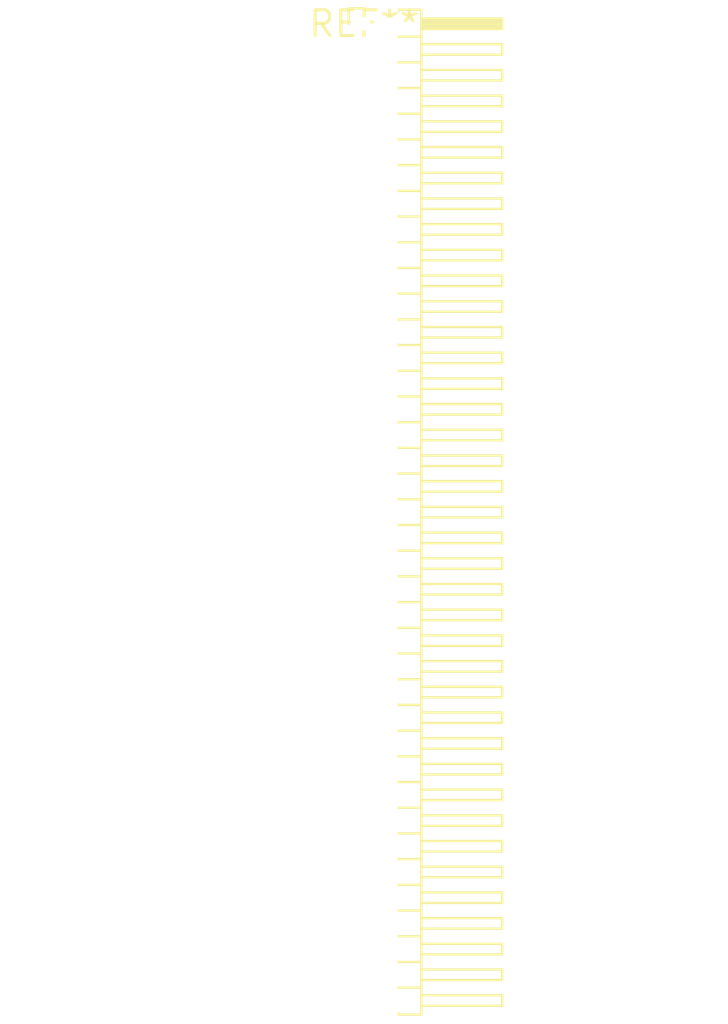
<source format=kicad_pcb>
(kicad_pcb (version 20240108) (generator pcbnew)
  (layers (0 "F.Cu" signal) (31 "B.Cu" signal) (34 "B.Paste" user) (35 "F.Paste" user) (36 "B.SilkS" user "B.Silkscreen") (37 "F.SilkS" user "F.Silkscreen") (38 "B.Mask" user) (39 "F.Mask" user) (44 "Edge.Cuts" user))
  (net 0 "")
  (footprint "PinHeader_2x39_P1.27mm_Horizontal" (layer "F.Cu") (at 0 0)
    (property "Reference" "REF**")
    (property "Value" "PinHeader_2x39_P1.27mm_Horizontal")
    (fp_line (start -0.76 -0.76) (end 0 -0.76) (layer "F.SilkS") (stroke (width 0.12)))
    (fp_line (start -0.76 0) (end -0.76 -0.76) (layer "F.SilkS") (stroke (width 0.12)))
    (fp_line (start 1.71 -0.695) (end 2.83 -0.695) (layer "F.SilkS") (stroke (width 0.12)))
    (fp_line (start 1.71 -0.619677) (end 1.71 -0.695) (layer "F.SilkS") (stroke (width 0.12)))
    (fp_line (start 1.71 0.619677) (end 1.71 0.650323) (layer "F.SilkS") (stroke (width 0.12)))
    (fp_line (start 1.71 0.635) (end 2.83 0.635) (layer "F.SilkS") (stroke (width 0.12)))
    (fp_line (start 1.71 1.889677) (end 1.71 1.920323) (layer "F.SilkS") (stroke (width 0.12)))
    (fp_line (start 1.71 1.905) (end 2.83 1.905) (layer "F.SilkS") (stroke (width 0.12)))
    (fp_line (start 1.71 3.159677) (end 1.71 3.190323) (layer "F.SilkS") (stroke (width 0.12)))
    (fp_line (start 1.71 3.175) (end 2.83 3.175) (layer "F.SilkS") (stroke (width 0.12)))
    (fp_line (start 1.71 4.429677) (end 1.71 4.460323) (layer "F.SilkS") (stroke (width 0.12)))
    (fp_line (start 1.71 4.445) (end 2.83 4.445) (layer "F.SilkS") (stroke (width 0.12)))
    (fp_line (start 1.71 5.699677) (end 1.71 5.730323) (layer "F.SilkS") (stroke (width 0.12)))
    (fp_line (start 1.71 5.715) (end 2.83 5.715) (layer "F.SilkS") (stroke (width 0.12)))
    (fp_line (start 1.71 6.969677) (end 1.71 7.000323) (layer "F.SilkS") (stroke (width 0.12)))
    (fp_line (start 1.71 6.985) (end 2.83 6.985) (layer "F.SilkS") (stroke (width 0.12)))
    (fp_line (start 1.71 8.239677) (end 1.71 8.270323) (layer "F.SilkS") (stroke (width 0.12)))
    (fp_line (start 1.71 8.255) (end 2.83 8.255) (layer "F.SilkS") (stroke (width 0.12)))
    (fp_line (start 1.71 9.509677) (end 1.71 9.540323) (layer "F.SilkS") (stroke (width 0.12)))
    (fp_line (start 1.71 9.525) (end 2.83 9.525) (layer "F.SilkS") (stroke (width 0.12)))
    (fp_line (start 1.71 10.779677) (end 1.71 10.810323) (layer "F.SilkS") (stroke (width 0.12)))
    (fp_line (start 1.71 10.795) (end 2.83 10.795) (layer "F.SilkS") (stroke (width 0.12)))
    (fp_line (start 1.71 12.049677) (end 1.71 12.080323) (layer "F.SilkS") (stroke (width 0.12)))
    (fp_line (start 1.71 12.065) (end 2.83 12.065) (layer "F.SilkS") (stroke (width 0.12)))
    (fp_line (start 1.71 13.319677) (end 1.71 13.350323) (layer "F.SilkS") (stroke (width 0.12)))
    (fp_line (start 1.71 13.335) (end 2.83 13.335) (layer "F.SilkS") (stroke (width 0.12)))
    (fp_line (start 1.71 14.589677) (end 1.71 14.620323) (layer "F.SilkS") (stroke (width 0.12)))
    (fp_line (start 1.71 14.605) (end 2.83 14.605) (layer "F.SilkS") (stroke (width 0.12)))
    (fp_line (start 1.71 15.859677) (end 1.71 15.890323) (layer "F.SilkS") (stroke (width 0.12)))
    (fp_line (start 1.71 15.875) (end 2.83 15.875) (layer "F.SilkS") (stroke (width 0.12)))
    (fp_line (start 1.71 17.129677) (end 1.71 17.160323) (layer "F.SilkS") (stroke (width 0.12)))
    (fp_line (start 1.71 17.145) (end 2.83 17.145) (layer "F.SilkS") (stroke (width 0.12)))
    (fp_line (start 1.71 18.399677) (end 1.71 18.430323) (layer "F.SilkS") (stroke (width 0.12)))
    (fp_line (start 1.71 18.415) (end 2.83 18.415) (layer "F.SilkS") (stroke (width 0.12)))
    (fp_line (start 1.71 19.669677) (end 1.71 19.700323) (layer "F.SilkS") (stroke (width 0.12)))
    (fp_line (start 1.71 19.685) (end 2.83 19.685) (layer "F.SilkS") (stroke (width 0.12)))
    (fp_line (start 1.71 20.939677) (end 1.71 20.970323) (layer "F.SilkS") (stroke (width 0.12)))
    (fp_line (start 1.71 20.955) (end 2.83 20.955) (layer "F.SilkS") (stroke (width 0.12)))
    (fp_line (start 1.71 22.209677) (end 1.71 22.240323) (layer "F.SilkS") (stroke (width 0.12)))
    (fp_line (start 1.71 22.225) (end 2.83 22.225) (layer "F.SilkS") (stroke (width 0.12)))
    (fp_line (start 1.71 23.479677) (end 1.71 23.510323) (layer "F.SilkS") (stroke (width 0.12)))
    (fp_line (start 1.71 23.495) (end 2.83 23.495) (layer "F.SilkS") (stroke (width 0.12)))
    (fp_line (start 1.71 24.749677) (end 1.71 24.780323) (layer "F.SilkS") (stroke (width 0.12)))
    (fp_line (start 1.71 24.765) (end 2.83 24.765) (layer "F.SilkS") (stroke (width 0.12)))
    (fp_line (start 1.71 26.019677) (end 1.71 26.050323) (layer "F.SilkS") (stroke (width 0.12)))
    (fp_line (start 1.71 26.035) (end 2.83 26.035) (layer "F.SilkS") (stroke (width 0.12)))
    (fp_line (start 1.71 27.289677) (end 1.71 27.320323) (layer "F.SilkS") (stroke (width 0.12)))
    (fp_line (start 1.71 27.305) (end 2.83 27.305) (layer "F.SilkS") (stroke (width 0.12)))
    (fp_line (start 1.71 28.559677) (end 1.71 28.590323) (layer "F.SilkS") (stroke (width 0.12)))
    (fp_line (start 1.71 28.575) (end 2.83 28.575) (layer "F.SilkS") (stroke (width 0.12)))
    (fp_line (start 1.71 29.829677) (end 1.71 29.860323) (layer "F.SilkS") (stroke (width 0.12)))
    (fp_line (start 1.71 29.845) (end 2.83 29.845) (layer "F.SilkS") (stroke (width 0.12)))
    (fp_line (start 1.71 31.099677) (end 1.71 31.130323) (layer "F.SilkS") (stroke (width 0.12)))
    (fp_line (start 1.71 31.115) (end 2.83 31.115) (layer "F.SilkS") (stroke (width 0.12)))
    (fp_line (start 1.71 32.369677) (end 1.71 32.400323) (layer "F.SilkS") (stroke (width 0.12)))
    (fp_line (start 1.71 32.385) (end 2.83 32.385) (layer "F.SilkS") (stroke (width 0.12)))
    (fp_line (start 1.71 33.639677) (end 1.71 33.670323) (layer "F.SilkS") (stroke (width 0.12)))
    (fp_line (start 1.71 33.655) (end 2.83 33.655) (layer "F.SilkS") (stroke (width 0.12)))
    (fp_line (start 1.71 34.909677) (end 1.71 34.940323) (layer "F.SilkS") (stroke (width 0.12)))
    (fp_line (start 1.71 34.925) (end 2.83 34.925) (layer "F.SilkS") (stroke (width 0.12)))
    (fp_line (start 1.71 36.179677) (end 1.71 36.210323) (layer "F.SilkS") (stroke (width 0.12)))
    (fp_line (start 1.71 36.195) (end 2.83 36.195) (layer "F.SilkS") (stroke (width 0.12)))
    (fp_line (start 1.71 37.449677) (end 1.71 37.480323) (layer "F.SilkS") (stroke (width 0.12)))
    (fp_line (start 1.71 37.465) (end 2.83 37.465) (layer "F.SilkS") (stroke (width 0.12)))
    (fp_line (start 1.71 38.719677) (end 1.71 38.750323) (layer "F.SilkS") (stroke (width 0.12)))
    (fp_line (start 1.71 38.735) (end 2.83 38.735) (layer "F.SilkS") (stroke (width 0.12)))
    (fp_line (start 1.71 39.989677) (end 1.71 40.020323) (layer "F.SilkS") (stroke (width 0.12)))
    (fp_line (start 1.71 40.005) (end 2.83 40.005) (layer "F.SilkS") (stroke (width 0.12)))
    (fp_line (start 1.71 41.259677) (end 1.71 41.290323) (layer "F.SilkS") (stroke (width 0.12)))
    (fp_line (start 1.71 41.275) (end 2.83 41.275) (layer "F.SilkS") (stroke (width 0.12)))
    (fp_line (start 1.71 42.529677) (end 1.71 42.560323) (layer "F.SilkS") (stroke (width 0.12)))
    (fp_line (start 1.71 42.545) (end 2.83 42.545) (layer "F.SilkS") (stroke (width 0.12)))
    (fp_line (start 1.71 43.799677) (end 1.71 43.830323) (layer "F.SilkS") (stroke (width 0.12)))
    (fp_line (start 1.71 43.815) (end 2.83 43.815) (layer "F.SilkS") (stroke (width 0.12)))
    (fp_line (start 1.71 45.069677) (end 1.71 45.100323) (layer "F.SilkS") (stroke (width 0.12)))
    (fp_line (start 1.71 45.085) (end 2.83 45.085) (layer "F.SilkS") (stroke (width 0.12)))
    (fp_line (start 1.71 46.339677) (end 1.71 46.370323) (layer "F.SilkS") (stroke (width 0.12)))
    (fp_line (start 1.71 46.355) (end 2.83 46.355) (layer "F.SilkS") (stroke (width 0.12)))
    (fp_line (start 1.71 47.609677) (end 1.71 47.640323) (layer "F.SilkS") (stroke (width 0.12)))
    (fp_line (start 1.71 47.625) (end 2.83 47.625) (layer "F.SilkS") (stroke (width 0.12)))
    (fp_line (start 1.71 48.955) (end 1.71 48.879677) (layer "F.SilkS") (stroke (width 0.12)))
    (fp_line (start 2.83 -0.695) (end 2.83 48.955) (layer "F.SilkS") (stroke (width 0.12)))
    (fp_line (start 2.83 -0.26) (end 6.83 -0.26) (layer "F.SilkS") (stroke (width 0.12)))
    (fp_line (start 2.83 -0.2) (end 6.83 -0.2) (layer "F.SilkS") (stroke (width 0.12)))
    (fp_line (start 2.83 -0.08) (end 6.83 -0.08) (layer "F.SilkS") (stroke (width 0.12)))
    (fp_line (start 2.83 0.04) (end 6.83 0.04) (layer "F.SilkS") (stroke (width 0.12)))
    (fp_line (start 2.83 0.16) (end 6.83 0.16) (layer "F.SilkS") (stroke (width 0.12)))
    (fp_line (start 2.83 1.01) (end 6.83 1.01) (layer "F.SilkS") (stroke (width 0.12)))
    (fp_line (start 2.83 2.28) (end 6.83 2.28) (layer "F.SilkS") (stroke (width 0.12)))
    (fp_line (start 2.83 3.55) (end 6.83 3.55) (layer "F.SilkS") (stroke (width 0.12)))
    (fp_line (start 2.83 4.82) (end 6.83 4.82) (layer "F.SilkS") (stroke (width 0.12)))
    (fp_line (start 2.83 6.09) (end 6.83 6.09) (layer "F.SilkS") (stroke (width 0.12)))
    (fp_line (start 2.83 7.36) (end 6.83 7.36) (layer "F.SilkS") (stroke (width 0.12)))
    (fp_line (start 2.83 8.63) (end 6.83 8.63) (layer "F.SilkS") (stroke (width 0.12)))
    (fp_line (start 2.83 9.9) (end 6.83 9.9) (layer "F.SilkS") (stroke (width 0.12)))
    (fp_line (start 2.83 11.17) (end 6.83 11.17) (layer "F.SilkS") (stroke (width 0.12)))
    (fp_line (start 2.83 12.44) (end 6.83 12.44) (layer "F.SilkS") (stroke (width 0.12)))
    (fp_line (start 2.83 13.71) (end 6.83 13.71) (layer "F.SilkS") (stroke (width 0.12)))
    (fp_line (start 2.83 14.98) (end 6.83 14.98) (layer "F.SilkS") (stroke (width 0.12)))
    (fp_line (start 2.83 16.25) (end 6.83 16.25) (layer "F.SilkS") (stroke (width 0.12)))
    (fp_line (start 2.83 17.52) (end 6.83 17.52) (layer "F.SilkS") (stroke (width 0.12)))
    (fp_line (start 2.83 18.79) (end 6.83 18.79) (layer "F.SilkS") (stroke (width 0.12)))
    (fp_line (start 2.83 20.06) (end 6.83 20.06) (layer "F.SilkS") (stroke (width 0.12)))
    (fp_line (start 2.83 21.33) (end 6.83 21.33) (layer "F.SilkS") (stroke (width 0.12)))
    (fp_line (start 2.83 22.6) (end 6.83 22.6) (layer "F.SilkS") (stroke (width 0.12)))
    (fp_line (start 2.83 23.87) (end 6.83 23.87) (layer "F.SilkS") (stroke (width 0.12)))
    (fp_line (start 2.83 25.14) (end 6.83 25.14) (layer "F.SilkS") (stroke (width 0.12)))
    (fp_line (start 2.83 26.41) (end 6.83 26.41) (layer "F.SilkS") (stroke (width 0.12)))
    (fp_line (start 2.83 27.68) (end 6.83 27.68) (layer "F.SilkS") (stroke (width 0.12)))
    (fp_line (start 2.83 28.95) (end 6.83 28.95) (layer "F.SilkS") (stroke (width 0.12)))
    (fp_line (start 2.83 30.22) (end 6.83 30.22) (layer "F.SilkS") (stroke (width 0.12)))
    (fp_line (start 2.83 31.49) (end 6.83 31.49) (layer "F.SilkS") (stroke (width 0.12)))
    (fp_line (start 2.83 32.76) (end 6.83 32.76) (layer "F.SilkS") (stroke (width 0.12)))
    (fp_line (start 2.83 34.03) (end 6.83 34.03) (layer "F.SilkS") (stroke (width 0.12)))
    (fp_line (start 2.83 35.3) (end 6.83 35.3) (layer "F.SilkS") (stroke (width 0.12)))
    (fp_line (start 2.83 36.57) (end 6.83 36.57) (layer "F.SilkS") (stroke (width 0.12)))
    (fp_line (start 2.83 37.84) (end 6.83 37.84) (layer "F.SilkS") (stroke (width 0.12)))
    (fp_line (start 2.83 39.11) (end 6.83 39.11) (layer "F.SilkS") (stroke (width 0.12)))
    (fp_line (start 2.83 40.38) (end 6.83 40.38) (layer "F.SilkS") (stroke (width 0.12)))
    (fp_line (start 2.83 41.65) (end 6.83 41.65) (layer "F.SilkS") (stroke (width 0.12)))
    (fp_line (start 2.83 42.92) (end 6.83 42.92) (layer "F.SilkS") (stroke (width 0.12)))
    (fp_line (start 2.83 44.19) (end 6.83 44.19) (layer "F.SilkS") (stroke (width 0.12)))
    (fp_line (start 2.83 45.46) (end 6.83 45.46) (layer "F.SilkS") (stroke (width 0.12)))
    (fp_line (start 2.83 46.73) (end 6.83 46.73) (layer "F.SilkS") (stroke (width 0.12)))
    (fp_line (start 2.83 48) (end 6.83 48) (layer "F.SilkS") (stroke (width 0.12)))
    (fp_line (start 2.83 48.955) (end 1.71 48.955) (layer "F.SilkS") (stroke (width 0.12)))
    (fp_line (start 6.83 -0.26) (end 6.83 0.26) (layer "F.SilkS") (stroke (width 0.12)))
    (fp_line (start 6.83 0.26) (end 2.83 0.26) (layer "F.SilkS") (stroke (width 0.12)))
    (fp_line (start 6.83 1.01) (end 6.83 1.53) (layer "F.SilkS") (stroke (width 0.12)))
    (fp_line (start 6.83 1.53) (end 2.83 1.53) (layer "F.SilkS") (stroke (width 0.12)))
    (fp_line (start 6.83 2.28) (end 6.83 2.8) (layer "F.SilkS") (stroke (width 0.12)))
    (fp_line (start 6.83 2.8) (end 2.83 2.8) (layer "F.SilkS") (stroke (width 0.12)))
    (fp_line (start 6.83 3.55) (end 6.83 4.07) (layer "F.SilkS") (stroke (width 0.12)))
    (fp_line (start 6.83 4.07) (end 2.83 4.07) (layer "F.SilkS") (stroke (width 0.12)))
    (fp_line (start 6.83 4.82) (end 6.83 5.34) (layer "F.SilkS") (stroke (width 0.12)))
    (fp_line (start 6.83 5.34) (end 2.83 5.34) (layer "F.SilkS") (stroke (width 0.12)))
    (fp_line (start 6.83 6.09) (end 6.83 6.61) (layer "F.SilkS") (stroke (width 0.12)))
    (fp_line (start 6.83 6.61) (end 2.83 6.61) (layer "F.SilkS") (stroke (width 0.12)))
    (fp_line (start 6.83 7.36) (end 6.83 7.88) (layer "F.SilkS") (stroke (width 0.12)))
    (fp_line (start 6.83 7.88) (end 2.83 7.88) (layer "F.SilkS") (stroke (width 0.12)))
    (fp_line (start 6.83 8.63) (end 6.83 9.15) (layer "F.SilkS") (stroke (width 0.12)))
    (fp_line (start 6.83 9.15) (end 2.83 9.15) (layer "F.SilkS") (stroke (width 0.12)))
    (fp_line (start 6.83 9.9) (end 6.83 10.42) (layer "F.SilkS") (stroke (width 0.12)))
    (fp_line (start 6.83 10.42) (end 2.83 10.42) (layer "F.SilkS") (stroke (width 0.12)))
    (fp_line (start 6.83 11.17) (end 6.83 11.69) (layer "F.SilkS") (stroke (width 0.12)))
    (fp_line (start 6.83 11.69) (end 2.83 11.69) (layer "F.SilkS") (stroke (width 0.12)))
    (fp_line (start 6.83 12.44) (end 6.83 12.96) (layer "F.SilkS") (stroke (width 0.12)))
    (fp_line (start 6.83 12.96) (end 2.83 12.96) (layer "F.SilkS") (stroke (width 0.12)))
    (fp_line (start 6.83 13.71) (end 6.83 14.23) (layer "F.SilkS") (stroke (width 0.12)))
    (fp_line (start 6.83 14.23) (end 2.83 14.23) (layer "F.SilkS") (stroke (width 0.12)))
    (fp_line (start 6.83 14.98) (end 6.83 15.5) (layer "F.SilkS") (stroke (width 0.12)))
    (fp_line (start 6.83 15.5) (end 2.83 15.5) (layer "F.SilkS") (stroke (width 0.12)))
    (fp_line (start 6.83 16.25) (end 6.83 16.77) (layer "F.SilkS") (stroke (width 0.12)))
    (fp_line (start 6.83 16.77) (end 2.83 16.77) (layer "F.SilkS") (stroke (width 0.12)))
    (fp_line (start 6.83 17.52) (end 6.83 18.04) (layer "F.SilkS") (stroke (width 0.12)))
    (fp_line (start 6.83 18.04) (end 2.83 18.04) (layer "F.SilkS") (stroke (width 0.12)))
    (fp_line (start 6.83 18.79) (end 6.83 19.31) (layer "F.SilkS") (stroke (width 0.12)))
    (fp_line (start 6.83 19.31) (end 2.83 19.31) (layer "F.SilkS") (stroke (width 0.12)))
    (fp_line (start 6.83 20.06) (end 6.83 20.58) (layer "F.SilkS") (stroke (width 0.12)))
    (fp_line (start 6.83 20.58) (end 2.83 20.58) (layer "F.SilkS") (stroke (width 0.12)))
    (fp_line (start 6.83 21.33) (end 6.83 21.85) (layer "F.SilkS") (stroke (width 0.12)))
    (fp_line (start 6.83 21.85) (end 2.83 21.85) (layer "F.SilkS") (stroke (width 0.12)))
    (fp_line (start 6.83 22.6) (end 6.83 23.12) (layer "F.SilkS") (stroke (width 0.12)))
    (fp_line (start 6.83 23.12) (end 2.83 23.12) (layer "F.SilkS") (stroke (width 0.12)))
    (fp_line (start 6.83 23.87) (end 6.83 24.39) (layer "F.SilkS") (stroke (width 0.12)))
    (fp_line (start 6.83 24.39) (end 2.83 24.39) (layer "F.SilkS") (stroke (width 0.12)))
    (fp_line (start 6.83 25.14) (end 6.83 25.66) (layer "F.SilkS") (stroke (width 0.12)))
    (fp_line (start 6.83 25.66) (end 2.83 25.66) (layer "F.SilkS") (stroke (width 0.12)))
    (fp_line (start 6.83 26.41) (end 6.83 26.93) (layer "F.SilkS") (stroke (width 0.12)))
    (fp_line (start 6.83 26.93) (end 2.83 26.93) (layer "F.SilkS") (stroke (width 0.12)))
    (fp_line (start 6.83 27.68) (end 6.83 28.2) (layer "F.SilkS") (stroke (width 0.12)))
    (fp_line (start 6.83 28.2) (end 2.83 28.2) (layer "F.SilkS") (stroke (width 0.12)))
    (fp_line (start 6.83 28.95) (end 6.83 29.47) (layer "F.SilkS") (stroke (width 0.12)))
    (fp_line (start 6.83 29.47) (end 2.83 29.47) (layer "F.SilkS") (stroke (width 0.12)))
    (fp_line (start 6.83 30.22) (end 6.83 30.74) (layer "F.SilkS") (stroke (width 0.12)))
    (fp_line (start 6.83 30.74) (end 2.83 30.74) (layer "F.SilkS") (stroke (width 0.12)))
    (fp_line (start 6.83 31.49) (end 6.83 32.01) (layer "F.SilkS") (stroke (width 0.12)))
    (fp_line (start 6.83 32.01) (end 2.83 32.01) (layer "F.SilkS") (stroke (width 0.12)))
    (fp_line (start 6.83 32.76) (end 6.83 33.28) (layer "F.SilkS") (stroke (width 0.12)))
    (fp_line (start 6.83 33.28) (end 2.83 33.28) (layer "F.SilkS") (stroke (width 0.12)))
    (fp_line (start 6.83 34.03) (end 6.83 34.55) (layer "F.SilkS") (stroke (width 0.12)))
    (fp_line (start 6.83 34.55) (end 2.83 34.55) (layer "F.SilkS") (stroke (width 0.12)))
    (fp_line (start 6.83 35.3) (end 6.83 35.82) (layer "F.SilkS") (stroke (width 0.12)))
    (fp_line (start 6.83 35.82) (end 2.83 35.82) (layer "F.SilkS") (stroke (width 0.12)))
    (fp_line (start 6.83 36.57) (end 6.83 37.09) (layer "F.SilkS") (stroke (width 0.12)))
    (fp_line (start 6.83 37.09) (end 2.83 37.09) (layer "F.SilkS") (stroke (width 0.12)))
    (fp_line (start 6.83 37.84) (end 6.83 38.36) (layer "F.SilkS") (stroke (width 0.12)))
    (fp_line (start 6.83 38.36) (end 2.83 38.36) (layer "F.SilkS") (stroke (width 0.12)))
    (fp_line (start 6.83 39.11) (end 6.83 39.63) (layer "F.SilkS") (stroke (width 0.12)))
    (fp_line (start 6.83 39.63) (end 2.83 39.63) (layer "F.SilkS") (stroke (width 0.12)))
    (fp_line (start 6.83 40.38) (end 6.83 40.9) (layer "F.SilkS") (stroke (width 0.12)))
    (fp_line (start 6.83 40.9) (end 2.83 40.9) (layer "F.SilkS") (stroke (width 0.12)))
    (fp_line (start 6.83 41.65) (end 6.83 42.17) (layer "F.SilkS") (stroke (width 0.12)))
    (fp_line (start 6.83 42.17) (end 2.83 42.17) (layer "F.SilkS") (stroke (width 0.12)))
    (fp_line (start 6.83 42.92) (end 6.83 43.44) (layer "F.SilkS") (stroke (width 0.12)))
    (fp_line (start 6.83 43.44) (end 2.83 43.44) (layer "F.SilkS") (stroke (width 0.12)))
    (fp_line (start 6.83 44.19) (end 6.83 44.71) (layer "F.SilkS") (stroke (width 0.12)))
    (fp_line (start 6.83 44.71) (end 2.83 44.71) (layer "F.SilkS") (stroke (width 0.12)))
    (fp_line (start 6.83 45.46) (end 6.83 45.98) (layer "F.SilkS") (stroke (width 0.12)))
    (fp_line (start 6.83 45.98) (end 2.83 45.98) (layer "F.SilkS") (stroke (width 0.12)))
    (fp_line (start 6.83 46.73) (end 6.83 47.25) (layer "F.SilkS") (stroke (width 0.12)))
    (fp_line (start 6.83 47.25) (end 2.83 47.25) (layer "F.SilkS") (stroke (width 0.12)))
    (fp_line (start 6.83 48) (end 6.83 48.52) (layer "F.SilkS") (stroke (width 0.12)))
    (fp_line (start 6.83 48.52) (end 2.83 48.52) (layer "F.SilkS") (stroke (width 0.12)))
    (pad "1" thru_hole rect (at 0 0) (size 1 1) (drill 0.65) (layers *.Cu *.Mask) (remove_unused_layers))
    (pad "2" thru_hole oval (at 1.27 0) (size 1 1) (drill 0.65) (layers *.Cu *.Mask) (remove_unused_layers))
    (pad "3" thru_hole oval (at 0 1.27) (size 1 1) (drill 0.65) (layers *.Cu *.Mask) (remove_unused_layers))
    (pad "4" thru_hole oval (at 1.27 1.27) (size 1 1) (drill 0.65) (layers *.Cu *.Mask) (remove_unused_layers))
    (pad "5" thru_hole oval (at 0 2.54) (size 1 1) (drill 0.65) (layers *.Cu *.Mask) (remove_unused_layers))
    (pad "6" thru_hole oval (at 1.27 2.54) (size 1 1) (drill 0.65) (layers *.Cu *.Mask) (remove_unused_layers))
    (pad "7" thru_hole oval (at 0 3.81) (size 1 1) (drill 0.65) (layers *.Cu *.Mask) (remove_unused_layers))
    (pad "8" thru_hole oval (at 1.27 3.81) (size 1 1) (drill 0.65) (layers *.Cu *.Mask) (remove_unused_layers))
    (pad "9" thru_hole oval (at 0 5.08) (size 1 1) (drill 0.65) (layers *.Cu *.Mask) (remove_unused_layers))
    (pad "10" thru_hole oval (at 1.27 5.08) (size 1 1) (drill 0.65) (layers *.Cu *.Mask) (remove_unused_layers))
    (pad "11" thru_hole oval (at 0 6.35) (size 1 1) (drill 0.65) (layers *.Cu *.Mask) (remove_unused_layers))
    (pad "12" thru_hole oval (at 1.27 6.35) (size 1 1) (drill 0.65) (layers *.Cu *.Mask) (remove_unused_layers))
    (pad "13" thru_hole oval (at 0 7.62) (size 1 1) (drill 0.65) (layers *.Cu *.Mask) (remove_unused_layers))
    (pad "14" thru_hole oval (at 1.27 7.62) (size 1 1) (drill 0.65) (layers *.Cu *.Mask) (remove_unused_layers))
    (pad "15" thru_hole oval (at 0 8.89) (size 1 1) (drill 0.65) (layers *.Cu *.Mask) (remove_unused_layers))
    (pad "16" thru_hole oval (at 1.27 8.89) (size 1 1) (drill 0.65) (layers *.Cu *.Mask) (remove_unused_layers))
    (pad "17" thru_hole oval (at 0 10.16) (size 1 1) (drill 0.65) (layers *.Cu *.Mask) (remove_unused_layers))
    (pad "18" thru_hole oval (at 1.27 10.16) (size 1 1) (drill 0.65) (layers *.Cu *.Mask) (remove_unused_layers))
    (pad "19" thru_hole oval (at 0 11.43) (size 1 1) (drill 0.65) (layers *.Cu *.Mask) (remove_unused_layers))
    (pad "20" thru_hole oval (at 1.27 11.43) (size 1 1) (drill 0.65) (layers *.Cu *.Mask) (remove_unused_layers))
    (pad "21" thru_hole oval (at 0 12.7) (size 1 1) (drill 0.65) (layers *.Cu *.Mask) (remove_unused_layers))
    (pad "22" thru_hole oval (at 1.27 12.7) (size 1 1) (drill 0.65) (layers *.Cu *.Mask) (remove_unused_layers))
    (pad "23" thru_hole oval (at 0 13.97) (size 1 1) (drill 0.65) (layers *.Cu *.Mask) (remove_unused_layers))
    (pad "24" thru_hole oval (at 1.27 13.97) (size 1 1) (drill 0.65) (layers *.Cu *.Mask) (remove_unused_layers))
    (pad "25" thru_hole oval (at 0 15.24) (size 1 1) (drill 0.65) (layers *.Cu *.Mask) (remove_unused_layers))
    (pad "26" thru_hole oval (at 1.27 15.24) (size 1 1) (drill 0.65) (layers *.Cu *.Mask) (remove_unused_layers))
    (pad "27" thru_hole oval (at 0 16.51) (size 1 1) (drill 0.65) (layers *.Cu *.Mask) (remove_unused_layers))
    (pad "28" thru_hole oval (at 1.27 16.51) (size 1 1) (drill 0.65) (layers *.Cu *.Mask) (remove_unused_layers))
    (pad "29" thru_hole oval (at 0 17.78) (size 1 1) (drill 0.65) (layers *.Cu *.Mask) (remove_unused_layers))
    (pad "30" thru_hole oval (at 1.27 17.78) (size 1 1) (drill 0.65) (layers *.Cu *.Mask) (remove_unused_layers))
    (pad "31" thru_hole oval (at 0 19.05) (size 1 1) (drill 0.65) (layers *.Cu *.Mask) (remove_unused_layers))
    (pad "32" thru_hole oval (at 1.27 19.05) (size 1 1) (drill 0.65) (layers *.Cu *.Mask) (remove_unused_layers))
    (pad "33" thru_hole oval (at 0 20.32) (size 1 1) (drill 0.65) (layers *.Cu *.Mask) (remove_unused_layers))
    (pad "34" thru_hole oval (at 1.27 20.32) (size 1 1) (drill 0.65) (layers *.Cu *.Mask) (remove_unused_layers))
    (pad "35" thru_hole oval (at 0 21.59) (size 1 1) (drill 0.65) (layers *.Cu *.Mask) (remove_unused_layers))
    (pad "36" thru_hole oval (at 1.27 21.59) (size 1 1) (drill 0.65) (layers *.Cu *.Mask) (remove_unused_layers))
    (pad "37" thru_hole oval (at 0 22.86) (size 1 1) (drill 0.65) (layers *.Cu *.Mask) (remove_unused_layers))
    (pad "38" thru_hole oval (at 1.27 22.86) (size 1 1) (drill 0.65) (layers *.Cu *.Mask) (remove_unused_layers))
    (pad "39" thru_hole oval (at 0 24.13) (size 1 1) (drill 0.65) (layers *.Cu *.Mask) (remove_unused_layers))
    (pad "40" thru_hole oval (at 1.27 24.13) (size 1 1) (drill 0.65) (layers *.Cu *.Mask) (remove_unused_layers))
    (pad "41" thru_hole oval (at 0 25.4) (size 1 1) (drill 0.65) (layers *.Cu *.Mask) (remove_unused_layers))
    (pad "42" thru_hole oval (at 1.27 25.4) (size 1 1) (drill 0.65) (layers *.Cu *.Mask) (remove_unused_layers))
    (pad "43" thru_hole oval (at 0 26.67) (size 1 1) (drill 0.65) (layers *.Cu *.Mask) (remove_unused_layers))
    (pad "44" thru_hole oval (at 1.27 26.67) (size 1 1) (drill 0.65) (layers *.Cu *.Mask) (remove_unused_layers))
    (pad "45" thru_hole oval (at 0 27.94) (size 1 1) (drill 0.65) (layers *.Cu *.Mask) (remove_unused_layers))
    (pad "46" thru_hole oval (at 1.27 27.94) (size 1 1) (drill 0.65) (layers *.Cu *.Mask) (remove_unused_layers))
    (pad "47" thru_hole oval (at 0 29.21) (size 1 1) (drill 0.65) (layers *.Cu *.Mask) (remove_unused_layers))
    (pad "48" thru_hole oval (at 1.27 29.21) (size 1 1) (drill 0.65) (layers *.Cu *.Mask) (remove_unused_layers))
    (pad "49" thru_hole oval (at 0 30.48) (size 1 1) (drill 0.65) (layers *.Cu *.Mask) (remove_unused_layers))
    (pad "50" thru_hole oval (at 1.27 30.48) (size 1 1) (drill 0.65) (layers *.Cu *.Mask) (remove_unused_layers))
    (pad "51" thru_hole oval (at 0 31.75) (size 1 1) (drill 0.65) (layers *.Cu *.Mask) (remove_unused_layers))
    (pad "52" thru_hole oval (at 1.27 31.75) (size 1 1) (drill 0.65) (layers *.Cu *.Mask) (remove_unused_layers))
    (pad "53" thru_hole oval (at 0 33.02) (size 1 1) (drill 0.65) (layers *.Cu *.Mask) (remove_unused_layers))
    (pad "54" thru_hole oval (at 1.27 33.02) (size 1 1) (drill 0.65) (layers *.Cu *.Mask) (remove_unused_layers))
    (pad "55" thru_hole oval (at 0 34.29) (size 1 1) (drill 0.65) (layers *.Cu *.Mask) (remove_unused_layers))
    (pad "56" thru_hole oval (at 1.27 34.29) (size 1 1) (drill 0.65) (layers *.Cu *.Mask) (remove_unused_layers))
    (pad "57" thru_hole oval (at 0 35.56) (size 1 1) (drill 0.65) (layers *.Cu *.Mask) (remove_unused_layers))
    (pad "58" thru_hole oval (at 1.27 35.56) (size 1 1) (drill 0.65) (layers *.Cu *.Mask) (remove_unused_layers))
    (pad "59" thru_hole oval (at 0 36.83) (size 1 1) (drill 0.65) (layers *.Cu *.Mask) (remove_unused_layers))
    (pad "60" thru_hole oval (at 1.27 36.83) (size 1 1) (drill 0.65) (layers *.Cu *.Mask) (remove_unused_layers))
    (pad "61" thru_hole oval (at 0 38.1) (size 1 1) (drill 0.65) (layers *.Cu *.Mask) (remove_unused_layers))
    (pad "62" thru_hole oval (at 1.27 38.1) (size 1 1) (drill 0.65) (layers *.Cu *.Mask) (remove_unused_layers))
    (pad "63" thru_hole oval (at 0 39.37) (size 1 1) (drill 0.65) (layers *.Cu *.Mask) (remove_unused_layers))
    (pad "64" thru_hole oval (at 1.27 39.37) (size 1 1) (drill 0.65) (layers *.Cu *.Mask) (remove_unused_layers))
    (pad "65" thru_hole oval (at 0 40.64) (size 1 1) (drill 0.65) (layers *.Cu *.Mask) (remove_unused_layers))
    (pad "66" thru_hole oval (at 1.27 40.64) (size 1 1) (drill 0.65) (layers *.Cu *.Mask) (remove_unused_layers))
    (pad "67" thru_hole oval (at 0 41.91) (size 1 1) (drill 0.65) (layers *.Cu *.Mask) (remove_unused_layers))
    (pad "68" thru_hole oval (at 1.27 41.91) (size 1 1) (drill 0.65) (layers *.Cu *.Mask) (remove_unused_layers))
    (pad "69" thru_hole oval (at 0 43.18) (size 1 1) (drill 0.65) (layers *.Cu *.Mask) (remove_unused_layers))
    (pad "70" thru_hole oval (at 1.27 43.18) (size 1 1) (drill 0.65) (layers *.Cu *.Mask) (remove_unused_layers))
    (pad "71" thru_hole oval (at 0 44.45) (size 1 1) (drill 0.65) (layers *.Cu *.Mask) (remove_unused_layers))
    (pad "72" thru_hole oval (at 1.27 44.45) (size 1 1) (drill 0.65) (layers *.Cu *.Mask) (remove_unused_layers))
    (pad "73" thru_hole oval (at 0 45.72) (size 1 1) (drill 0.65) (layers *.Cu *.Mask) (remove_unused_layers))
    (pad "74" thru_hole oval (at 1.27 45.72) (size 1 1) (drill 0.65) (layers *.Cu *.Mask) (remove_unused_layers))
    (pad "75" thru_hole oval (at 0 46.99) (size 1 1) (drill 0.65) (layers *.Cu *.Mask) (remove_unused_layers))
    (pad "76" thru_hole oval (at 1.27 46.99) (size 1 1) (drill 0.65) (layers *.Cu *.Mask) (remove_unused_layers))
    (pad "77" thru_hole oval (at 0 48.26) (size 1 1) (drill 0.65) (layers *.Cu *.Mask) (remove_unused_layers))
    (pad "78" thru_hole oval (at 1.27 48.26) (size 1 1) (drill 0.65) (layers *.Cu *.Mask) (remove_unused_layers))
  )
)
</source>
